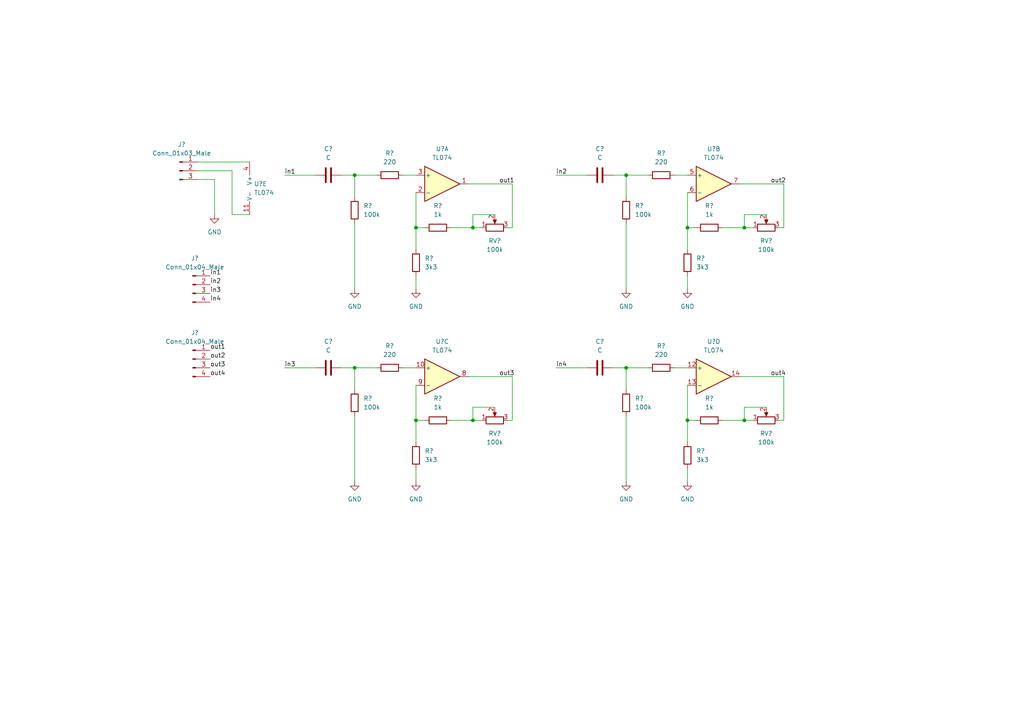
<source format=kicad_sch>
(kicad_sch (version 20211123) (generator eeschema)

  (uuid 80bca6d6-0956-4c2b-a977-88a9cdba4d9e)

  (paper "A4")

  (lib_symbols
    (symbol "Amplifier_Operational:TL074" (pin_names (offset 0.127)) (in_bom yes) (on_board yes)
      (property "Reference" "U" (id 0) (at 0 5.08 0)
        (effects (font (size 1.27 1.27)) (justify left))
      )
      (property "Value" "TL074" (id 1) (at 0 -5.08 0)
        (effects (font (size 1.27 1.27)) (justify left))
      )
      (property "Footprint" "" (id 2) (at -1.27 2.54 0)
        (effects (font (size 1.27 1.27)) hide)
      )
      (property "Datasheet" "http://www.ti.com/lit/ds/symlink/tl071.pdf" (id 3) (at 1.27 5.08 0)
        (effects (font (size 1.27 1.27)) hide)
      )
      (property "ki_locked" "" (id 4) (at 0 0 0)
        (effects (font (size 1.27 1.27)))
      )
      (property "ki_keywords" "quad opamp" (id 5) (at 0 0 0)
        (effects (font (size 1.27 1.27)) hide)
      )
      (property "ki_description" "Quad Low-Noise JFET-Input Operational Amplifiers, DIP-14/SOIC-14" (id 6) (at 0 0 0)
        (effects (font (size 1.27 1.27)) hide)
      )
      (property "ki_fp_filters" "SOIC*3.9x8.7mm*P1.27mm* DIP*W7.62mm* TSSOP*4.4x5mm*P0.65mm* SSOP*5.3x6.2mm*P0.65mm* MSOP*3x3mm*P0.5mm*" (id 7) (at 0 0 0)
        (effects (font (size 1.27 1.27)) hide)
      )
      (symbol "TL074_1_1"
        (polyline
          (pts
            (xy -5.08 5.08)
            (xy 5.08 0)
            (xy -5.08 -5.08)
            (xy -5.08 5.08)
          )
          (stroke (width 0.254) (type default) (color 0 0 0 0))
          (fill (type background))
        )
        (pin output line (at 7.62 0 180) (length 2.54)
          (name "~" (effects (font (size 1.27 1.27))))
          (number "1" (effects (font (size 1.27 1.27))))
        )
        (pin input line (at -7.62 -2.54 0) (length 2.54)
          (name "-" (effects (font (size 1.27 1.27))))
          (number "2" (effects (font (size 1.27 1.27))))
        )
        (pin input line (at -7.62 2.54 0) (length 2.54)
          (name "+" (effects (font (size 1.27 1.27))))
          (number "3" (effects (font (size 1.27 1.27))))
        )
      )
      (symbol "TL074_2_1"
        (polyline
          (pts
            (xy -5.08 5.08)
            (xy 5.08 0)
            (xy -5.08 -5.08)
            (xy -5.08 5.08)
          )
          (stroke (width 0.254) (type default) (color 0 0 0 0))
          (fill (type background))
        )
        (pin input line (at -7.62 2.54 0) (length 2.54)
          (name "+" (effects (font (size 1.27 1.27))))
          (number "5" (effects (font (size 1.27 1.27))))
        )
        (pin input line (at -7.62 -2.54 0) (length 2.54)
          (name "-" (effects (font (size 1.27 1.27))))
          (number "6" (effects (font (size 1.27 1.27))))
        )
        (pin output line (at 7.62 0 180) (length 2.54)
          (name "~" (effects (font (size 1.27 1.27))))
          (number "7" (effects (font (size 1.27 1.27))))
        )
      )
      (symbol "TL074_3_1"
        (polyline
          (pts
            (xy -5.08 5.08)
            (xy 5.08 0)
            (xy -5.08 -5.08)
            (xy -5.08 5.08)
          )
          (stroke (width 0.254) (type default) (color 0 0 0 0))
          (fill (type background))
        )
        (pin input line (at -7.62 2.54 0) (length 2.54)
          (name "+" (effects (font (size 1.27 1.27))))
          (number "10" (effects (font (size 1.27 1.27))))
        )
        (pin output line (at 7.62 0 180) (length 2.54)
          (name "~" (effects (font (size 1.27 1.27))))
          (number "8" (effects (font (size 1.27 1.27))))
        )
        (pin input line (at -7.62 -2.54 0) (length 2.54)
          (name "-" (effects (font (size 1.27 1.27))))
          (number "9" (effects (font (size 1.27 1.27))))
        )
      )
      (symbol "TL074_4_1"
        (polyline
          (pts
            (xy -5.08 5.08)
            (xy 5.08 0)
            (xy -5.08 -5.08)
            (xy -5.08 5.08)
          )
          (stroke (width 0.254) (type default) (color 0 0 0 0))
          (fill (type background))
        )
        (pin input line (at -7.62 2.54 0) (length 2.54)
          (name "+" (effects (font (size 1.27 1.27))))
          (number "12" (effects (font (size 1.27 1.27))))
        )
        (pin input line (at -7.62 -2.54 0) (length 2.54)
          (name "-" (effects (font (size 1.27 1.27))))
          (number "13" (effects (font (size 1.27 1.27))))
        )
        (pin output line (at 7.62 0 180) (length 2.54)
          (name "~" (effects (font (size 1.27 1.27))))
          (number "14" (effects (font (size 1.27 1.27))))
        )
      )
      (symbol "TL074_5_1"
        (pin power_in line (at -2.54 -7.62 90) (length 3.81)
          (name "V-" (effects (font (size 1.27 1.27))))
          (number "11" (effects (font (size 1.27 1.27))))
        )
        (pin power_in line (at -2.54 7.62 270) (length 3.81)
          (name "V+" (effects (font (size 1.27 1.27))))
          (number "4" (effects (font (size 1.27 1.27))))
        )
      )
    )
    (symbol "Connector:Conn_01x03_Male" (pin_names (offset 1.016) hide) (in_bom yes) (on_board yes)
      (property "Reference" "J" (id 0) (at 0 5.08 0)
        (effects (font (size 1.27 1.27)))
      )
      (property "Value" "Conn_01x03_Male" (id 1) (at 0 -5.08 0)
        (effects (font (size 1.27 1.27)))
      )
      (property "Footprint" "" (id 2) (at 0 0 0)
        (effects (font (size 1.27 1.27)) hide)
      )
      (property "Datasheet" "~" (id 3) (at 0 0 0)
        (effects (font (size 1.27 1.27)) hide)
      )
      (property "ki_keywords" "connector" (id 4) (at 0 0 0)
        (effects (font (size 1.27 1.27)) hide)
      )
      (property "ki_description" "Generic connector, single row, 01x03, script generated (kicad-library-utils/schlib/autogen/connector/)" (id 5) (at 0 0 0)
        (effects (font (size 1.27 1.27)) hide)
      )
      (property "ki_fp_filters" "Connector*:*_1x??_*" (id 6) (at 0 0 0)
        (effects (font (size 1.27 1.27)) hide)
      )
      (symbol "Conn_01x03_Male_1_1"
        (polyline
          (pts
            (xy 1.27 -2.54)
            (xy 0.8636 -2.54)
          )
          (stroke (width 0.1524) (type default) (color 0 0 0 0))
          (fill (type none))
        )
        (polyline
          (pts
            (xy 1.27 0)
            (xy 0.8636 0)
          )
          (stroke (width 0.1524) (type default) (color 0 0 0 0))
          (fill (type none))
        )
        (polyline
          (pts
            (xy 1.27 2.54)
            (xy 0.8636 2.54)
          )
          (stroke (width 0.1524) (type default) (color 0 0 0 0))
          (fill (type none))
        )
        (rectangle (start 0.8636 -2.413) (end 0 -2.667)
          (stroke (width 0.1524) (type default) (color 0 0 0 0))
          (fill (type outline))
        )
        (rectangle (start 0.8636 0.127) (end 0 -0.127)
          (stroke (width 0.1524) (type default) (color 0 0 0 0))
          (fill (type outline))
        )
        (rectangle (start 0.8636 2.667) (end 0 2.413)
          (stroke (width 0.1524) (type default) (color 0 0 0 0))
          (fill (type outline))
        )
        (pin passive line (at 5.08 2.54 180) (length 3.81)
          (name "Pin_1" (effects (font (size 1.27 1.27))))
          (number "1" (effects (font (size 1.27 1.27))))
        )
        (pin passive line (at 5.08 0 180) (length 3.81)
          (name "Pin_2" (effects (font (size 1.27 1.27))))
          (number "2" (effects (font (size 1.27 1.27))))
        )
        (pin passive line (at 5.08 -2.54 180) (length 3.81)
          (name "Pin_3" (effects (font (size 1.27 1.27))))
          (number "3" (effects (font (size 1.27 1.27))))
        )
      )
    )
    (symbol "Connector:Conn_01x04_Male" (pin_names (offset 1.016) hide) (in_bom yes) (on_board yes)
      (property "Reference" "J" (id 0) (at 0 5.08 0)
        (effects (font (size 1.27 1.27)))
      )
      (property "Value" "Conn_01x04_Male" (id 1) (at 0 -7.62 0)
        (effects (font (size 1.27 1.27)))
      )
      (property "Footprint" "" (id 2) (at 0 0 0)
        (effects (font (size 1.27 1.27)) hide)
      )
      (property "Datasheet" "~" (id 3) (at 0 0 0)
        (effects (font (size 1.27 1.27)) hide)
      )
      (property "ki_keywords" "connector" (id 4) (at 0 0 0)
        (effects (font (size 1.27 1.27)) hide)
      )
      (property "ki_description" "Generic connector, single row, 01x04, script generated (kicad-library-utils/schlib/autogen/connector/)" (id 5) (at 0 0 0)
        (effects (font (size 1.27 1.27)) hide)
      )
      (property "ki_fp_filters" "Connector*:*_1x??_*" (id 6) (at 0 0 0)
        (effects (font (size 1.27 1.27)) hide)
      )
      (symbol "Conn_01x04_Male_1_1"
        (polyline
          (pts
            (xy 1.27 -5.08)
            (xy 0.8636 -5.08)
          )
          (stroke (width 0.1524) (type default) (color 0 0 0 0))
          (fill (type none))
        )
        (polyline
          (pts
            (xy 1.27 -2.54)
            (xy 0.8636 -2.54)
          )
          (stroke (width 0.1524) (type default) (color 0 0 0 0))
          (fill (type none))
        )
        (polyline
          (pts
            (xy 1.27 0)
            (xy 0.8636 0)
          )
          (stroke (width 0.1524) (type default) (color 0 0 0 0))
          (fill (type none))
        )
        (polyline
          (pts
            (xy 1.27 2.54)
            (xy 0.8636 2.54)
          )
          (stroke (width 0.1524) (type default) (color 0 0 0 0))
          (fill (type none))
        )
        (rectangle (start 0.8636 -4.953) (end 0 -5.207)
          (stroke (width 0.1524) (type default) (color 0 0 0 0))
          (fill (type outline))
        )
        (rectangle (start 0.8636 -2.413) (end 0 -2.667)
          (stroke (width 0.1524) (type default) (color 0 0 0 0))
          (fill (type outline))
        )
        (rectangle (start 0.8636 0.127) (end 0 -0.127)
          (stroke (width 0.1524) (type default) (color 0 0 0 0))
          (fill (type outline))
        )
        (rectangle (start 0.8636 2.667) (end 0 2.413)
          (stroke (width 0.1524) (type default) (color 0 0 0 0))
          (fill (type outline))
        )
        (pin passive line (at 5.08 2.54 180) (length 3.81)
          (name "Pin_1" (effects (font (size 1.27 1.27))))
          (number "1" (effects (font (size 1.27 1.27))))
        )
        (pin passive line (at 5.08 0 180) (length 3.81)
          (name "Pin_2" (effects (font (size 1.27 1.27))))
          (number "2" (effects (font (size 1.27 1.27))))
        )
        (pin passive line (at 5.08 -2.54 180) (length 3.81)
          (name "Pin_3" (effects (font (size 1.27 1.27))))
          (number "3" (effects (font (size 1.27 1.27))))
        )
        (pin passive line (at 5.08 -5.08 180) (length 3.81)
          (name "Pin_4" (effects (font (size 1.27 1.27))))
          (number "4" (effects (font (size 1.27 1.27))))
        )
      )
    )
    (symbol "Device:C" (pin_numbers hide) (pin_names (offset 0.254)) (in_bom yes) (on_board yes)
      (property "Reference" "C" (id 0) (at 0.635 2.54 0)
        (effects (font (size 1.27 1.27)) (justify left))
      )
      (property "Value" "C" (id 1) (at 0.635 -2.54 0)
        (effects (font (size 1.27 1.27)) (justify left))
      )
      (property "Footprint" "" (id 2) (at 0.9652 -3.81 0)
        (effects (font (size 1.27 1.27)) hide)
      )
      (property "Datasheet" "~" (id 3) (at 0 0 0)
        (effects (font (size 1.27 1.27)) hide)
      )
      (property "ki_keywords" "cap capacitor" (id 4) (at 0 0 0)
        (effects (font (size 1.27 1.27)) hide)
      )
      (property "ki_description" "Unpolarized capacitor" (id 5) (at 0 0 0)
        (effects (font (size 1.27 1.27)) hide)
      )
      (property "ki_fp_filters" "C_*" (id 6) (at 0 0 0)
        (effects (font (size 1.27 1.27)) hide)
      )
      (symbol "C_0_1"
        (polyline
          (pts
            (xy -2.032 -0.762)
            (xy 2.032 -0.762)
          )
          (stroke (width 0.508) (type default) (color 0 0 0 0))
          (fill (type none))
        )
        (polyline
          (pts
            (xy -2.032 0.762)
            (xy 2.032 0.762)
          )
          (stroke (width 0.508) (type default) (color 0 0 0 0))
          (fill (type none))
        )
      )
      (symbol "C_1_1"
        (pin passive line (at 0 3.81 270) (length 2.794)
          (name "~" (effects (font (size 1.27 1.27))))
          (number "1" (effects (font (size 1.27 1.27))))
        )
        (pin passive line (at 0 -3.81 90) (length 2.794)
          (name "~" (effects (font (size 1.27 1.27))))
          (number "2" (effects (font (size 1.27 1.27))))
        )
      )
    )
    (symbol "Device:R" (pin_numbers hide) (pin_names (offset 0)) (in_bom yes) (on_board yes)
      (property "Reference" "R" (id 0) (at 2.032 0 90)
        (effects (font (size 1.27 1.27)))
      )
      (property "Value" "R" (id 1) (at 0 0 90)
        (effects (font (size 1.27 1.27)))
      )
      (property "Footprint" "" (id 2) (at -1.778 0 90)
        (effects (font (size 1.27 1.27)) hide)
      )
      (property "Datasheet" "~" (id 3) (at 0 0 0)
        (effects (font (size 1.27 1.27)) hide)
      )
      (property "ki_keywords" "R res resistor" (id 4) (at 0 0 0)
        (effects (font (size 1.27 1.27)) hide)
      )
      (property "ki_description" "Resistor" (id 5) (at 0 0 0)
        (effects (font (size 1.27 1.27)) hide)
      )
      (property "ki_fp_filters" "R_*" (id 6) (at 0 0 0)
        (effects (font (size 1.27 1.27)) hide)
      )
      (symbol "R_0_1"
        (rectangle (start -1.016 -2.54) (end 1.016 2.54)
          (stroke (width 0.254) (type default) (color 0 0 0 0))
          (fill (type none))
        )
      )
      (symbol "R_1_1"
        (pin passive line (at 0 3.81 270) (length 1.27)
          (name "~" (effects (font (size 1.27 1.27))))
          (number "1" (effects (font (size 1.27 1.27))))
        )
        (pin passive line (at 0 -3.81 90) (length 1.27)
          (name "~" (effects (font (size 1.27 1.27))))
          (number "2" (effects (font (size 1.27 1.27))))
        )
      )
    )
    (symbol "Device:R_Potentiometer" (pin_names (offset 1.016) hide) (in_bom yes) (on_board yes)
      (property "Reference" "RV" (id 0) (at -4.445 0 90)
        (effects (font (size 1.27 1.27)))
      )
      (property "Value" "R_Potentiometer" (id 1) (at -2.54 0 90)
        (effects (font (size 1.27 1.27)))
      )
      (property "Footprint" "" (id 2) (at 0 0 0)
        (effects (font (size 1.27 1.27)) hide)
      )
      (property "Datasheet" "~" (id 3) (at 0 0 0)
        (effects (font (size 1.27 1.27)) hide)
      )
      (property "ki_keywords" "resistor variable" (id 4) (at 0 0 0)
        (effects (font (size 1.27 1.27)) hide)
      )
      (property "ki_description" "Potentiometer" (id 5) (at 0 0 0)
        (effects (font (size 1.27 1.27)) hide)
      )
      (property "ki_fp_filters" "Potentiometer*" (id 6) (at 0 0 0)
        (effects (font (size 1.27 1.27)) hide)
      )
      (symbol "R_Potentiometer_0_1"
        (polyline
          (pts
            (xy 2.54 0)
            (xy 1.524 0)
          )
          (stroke (width 0) (type default) (color 0 0 0 0))
          (fill (type none))
        )
        (polyline
          (pts
            (xy 1.143 0)
            (xy 2.286 0.508)
            (xy 2.286 -0.508)
            (xy 1.143 0)
          )
          (stroke (width 0) (type default) (color 0 0 0 0))
          (fill (type outline))
        )
        (rectangle (start 1.016 2.54) (end -1.016 -2.54)
          (stroke (width 0.254) (type default) (color 0 0 0 0))
          (fill (type none))
        )
      )
      (symbol "R_Potentiometer_1_1"
        (pin passive line (at 0 3.81 270) (length 1.27)
          (name "1" (effects (font (size 1.27 1.27))))
          (number "1" (effects (font (size 1.27 1.27))))
        )
        (pin passive line (at 3.81 0 180) (length 1.27)
          (name "2" (effects (font (size 1.27 1.27))))
          (number "2" (effects (font (size 1.27 1.27))))
        )
        (pin passive line (at 0 -3.81 90) (length 1.27)
          (name "3" (effects (font (size 1.27 1.27))))
          (number "3" (effects (font (size 1.27 1.27))))
        )
      )
    )
    (symbol "power:GND" (power) (pin_names (offset 0)) (in_bom yes) (on_board yes)
      (property "Reference" "#PWR" (id 0) (at 0 -6.35 0)
        (effects (font (size 1.27 1.27)) hide)
      )
      (property "Value" "GND" (id 1) (at 0 -3.81 0)
        (effects (font (size 1.27 1.27)))
      )
      (property "Footprint" "" (id 2) (at 0 0 0)
        (effects (font (size 1.27 1.27)) hide)
      )
      (property "Datasheet" "" (id 3) (at 0 0 0)
        (effects (font (size 1.27 1.27)) hide)
      )
      (property "ki_keywords" "power-flag" (id 4) (at 0 0 0)
        (effects (font (size 1.27 1.27)) hide)
      )
      (property "ki_description" "Power symbol creates a global label with name \"GND\" , ground" (id 5) (at 0 0 0)
        (effects (font (size 1.27 1.27)) hide)
      )
      (symbol "GND_0_1"
        (polyline
          (pts
            (xy 0 0)
            (xy 0 -1.27)
            (xy 1.27 -1.27)
            (xy 0 -2.54)
            (xy -1.27 -1.27)
            (xy 0 -1.27)
          )
          (stroke (width 0) (type default) (color 0 0 0 0))
          (fill (type none))
        )
      )
      (symbol "GND_1_1"
        (pin power_in line (at 0 0 270) (length 0) hide
          (name "GND" (effects (font (size 1.27 1.27))))
          (number "1" (effects (font (size 1.27 1.27))))
        )
      )
    )
  )

  (junction (at 137.16 121.92) (diameter 0) (color 0 0 0 0)
    (uuid 6081a84e-1f44-4e8b-8388-1a5927ddc320)
  )
  (junction (at 102.87 106.68) (diameter 0) (color 0 0 0 0)
    (uuid 64ac6c95-086e-4ece-bb8c-110d9699076f)
  )
  (junction (at 102.87 50.8) (diameter 0) (color 0 0 0 0)
    (uuid 6b1be5c4-28e6-4ec4-806d-6e07594ff43c)
  )
  (junction (at 181.61 106.68) (diameter 0) (color 0 0 0 0)
    (uuid 82fae229-0b04-4318-84d0-bdfd805da0fc)
  )
  (junction (at 199.39 66.04) (diameter 0) (color 0 0 0 0)
    (uuid ad2a29cb-5d0d-4116-9179-1628c25ba523)
  )
  (junction (at 137.16 66.04) (diameter 0) (color 0 0 0 0)
    (uuid b06ff443-675c-4dc3-b023-c15c04c74600)
  )
  (junction (at 199.39 121.92) (diameter 0) (color 0 0 0 0)
    (uuid b4d1df2a-595c-46c9-8bd8-8051c3a7f840)
  )
  (junction (at 215.9 121.92) (diameter 0) (color 0 0 0 0)
    (uuid babe9773-debc-44ba-aaec-6c6b5a1c83cd)
  )
  (junction (at 181.61 50.8) (diameter 0) (color 0 0 0 0)
    (uuid c75a498a-ca5b-4460-8d16-36250519ab74)
  )
  (junction (at 120.65 121.92) (diameter 0) (color 0 0 0 0)
    (uuid e99700aa-cab7-44ad-b118-4bebfce96c8d)
  )
  (junction (at 215.9 66.04) (diameter 0) (color 0 0 0 0)
    (uuid ee85313f-c039-45f6-988b-1fc950e1532c)
  )
  (junction (at 120.65 66.04) (diameter 0) (color 0 0 0 0)
    (uuid f6e00c9a-9306-4bb3-ae38-7c9d60299d71)
  )

  (wire (pts (xy 199.39 135.89) (xy 199.39 139.7))
    (stroke (width 0) (type default) (color 0 0 0 0))
    (uuid 01343442-e4a2-49b2-ace5-04ae345d9d36)
  )
  (wire (pts (xy 215.9 66.04) (xy 218.44 66.04))
    (stroke (width 0) (type default) (color 0 0 0 0))
    (uuid 0351c50a-1d68-491f-901e-018101cd4801)
  )
  (wire (pts (xy 120.65 121.92) (xy 123.19 121.92))
    (stroke (width 0) (type default) (color 0 0 0 0))
    (uuid 047e5fff-71b7-43ab-ad85-812fd649a15e)
  )
  (wire (pts (xy 120.65 135.89) (xy 120.65 139.7))
    (stroke (width 0) (type default) (color 0 0 0 0))
    (uuid 07c50b6c-907d-4138-a2f8-6b86391a841a)
  )
  (wire (pts (xy 57.15 52.07) (xy 62.23 52.07))
    (stroke (width 0) (type default) (color 0 0 0 0))
    (uuid 094ff004-d727-49b4-9bdf-67ab0349e990)
  )
  (wire (pts (xy 120.65 111.76) (xy 120.65 121.92))
    (stroke (width 0) (type default) (color 0 0 0 0))
    (uuid 1334e159-103c-44f6-a4d2-5247c1af4d90)
  )
  (wire (pts (xy 109.22 50.8) (xy 102.87 50.8))
    (stroke (width 0) (type default) (color 0 0 0 0))
    (uuid 16bfead2-d766-4cdf-b8a0-9f9fcc4c6a30)
  )
  (wire (pts (xy 161.29 106.68) (xy 170.18 106.68))
    (stroke (width 0) (type default) (color 0 0 0 0))
    (uuid 1a703eab-f62b-4c94-9053-304ccc81f7da)
  )
  (wire (pts (xy 130.81 66.04) (xy 137.16 66.04))
    (stroke (width 0) (type default) (color 0 0 0 0))
    (uuid 1b119b65-bac7-4351-8ec5-0c6f2353c7c9)
  )
  (wire (pts (xy 199.39 66.04) (xy 199.39 72.39))
    (stroke (width 0) (type default) (color 0 0 0 0))
    (uuid 1f292c91-76c3-4a7a-aaae-7c231deb733a)
  )
  (wire (pts (xy 116.84 106.68) (xy 120.65 106.68))
    (stroke (width 0) (type default) (color 0 0 0 0))
    (uuid 23c1a348-3920-4f15-9fb2-0f775bb91fe2)
  )
  (wire (pts (xy 199.39 121.92) (xy 201.93 121.92))
    (stroke (width 0) (type default) (color 0 0 0 0))
    (uuid 2856422c-5e36-40e7-9c24-0d4cf0f26215)
  )
  (wire (pts (xy 62.23 52.07) (xy 62.23 62.23))
    (stroke (width 0) (type default) (color 0 0 0 0))
    (uuid 2a86b67f-92cc-401f-94db-f7b0ba5a772e)
  )
  (wire (pts (xy 181.61 120.65) (xy 181.61 139.7))
    (stroke (width 0) (type default) (color 0 0 0 0))
    (uuid 3049e8f6-2e3f-49a3-aff5-a6464162ec92)
  )
  (wire (pts (xy 199.39 55.88) (xy 199.39 66.04))
    (stroke (width 0) (type default) (color 0 0 0 0))
    (uuid 359b28f4-22ce-4fbe-945b-01655918bb1c)
  )
  (wire (pts (xy 227.33 121.92) (xy 226.06 121.92))
    (stroke (width 0) (type default) (color 0 0 0 0))
    (uuid 38061fe0-2827-4d97-ae33-4cf442571f33)
  )
  (wire (pts (xy 82.55 50.8) (xy 91.44 50.8))
    (stroke (width 0) (type default) (color 0 0 0 0))
    (uuid 39da6cc8-2e60-4b1f-ac05-3181ba39acbf)
  )
  (wire (pts (xy 222.25 118.11) (xy 215.9 118.11))
    (stroke (width 0) (type default) (color 0 0 0 0))
    (uuid 421841a3-3d01-4343-a920-c76d43993455)
  )
  (wire (pts (xy 227.33 109.22) (xy 227.33 121.92))
    (stroke (width 0) (type default) (color 0 0 0 0))
    (uuid 444f5757-c539-4c13-8c58-e849e6a554ea)
  )
  (wire (pts (xy 143.51 62.23) (xy 137.16 62.23))
    (stroke (width 0) (type default) (color 0 0 0 0))
    (uuid 4505c5b2-9e68-41a6-9a13-41b63b5e61ee)
  )
  (wire (pts (xy 148.59 121.92) (xy 147.32 121.92))
    (stroke (width 0) (type default) (color 0 0 0 0))
    (uuid 484ee1f7-cc57-4c10-957b-6881eeb13c55)
  )
  (wire (pts (xy 67.31 62.23) (xy 72.39 62.23))
    (stroke (width 0) (type default) (color 0 0 0 0))
    (uuid 48bf40ca-bffc-4737-ab2a-4f616255ff5a)
  )
  (wire (pts (xy 102.87 106.68) (xy 102.87 113.03))
    (stroke (width 0) (type default) (color 0 0 0 0))
    (uuid 490e50c1-7582-44b5-8547-c95cd5d961f8)
  )
  (wire (pts (xy 177.8 50.8) (xy 181.61 50.8))
    (stroke (width 0) (type default) (color 0 0 0 0))
    (uuid 49fe277c-0494-4973-81e4-68b7fb1d6ac1)
  )
  (wire (pts (xy 120.65 66.04) (xy 120.65 72.39))
    (stroke (width 0) (type default) (color 0 0 0 0))
    (uuid 4da0d095-7a6c-4008-b602-22b194fc7ed5)
  )
  (wire (pts (xy 99.06 50.8) (xy 102.87 50.8))
    (stroke (width 0) (type default) (color 0 0 0 0))
    (uuid 4e7255f4-e40f-452a-abb6-093eaed35107)
  )
  (wire (pts (xy 187.96 50.8) (xy 181.61 50.8))
    (stroke (width 0) (type default) (color 0 0 0 0))
    (uuid 4f2a3226-f1b6-4098-a987-0cd6f44908cb)
  )
  (wire (pts (xy 135.89 53.34) (xy 148.59 53.34))
    (stroke (width 0) (type default) (color 0 0 0 0))
    (uuid 55f34bc0-352d-4baf-b3b5-358565296d62)
  )
  (wire (pts (xy 137.16 62.23) (xy 137.16 66.04))
    (stroke (width 0) (type default) (color 0 0 0 0))
    (uuid 5b6ba93e-7461-4602-8043-8623393ca8ba)
  )
  (wire (pts (xy 195.58 106.68) (xy 199.39 106.68))
    (stroke (width 0) (type default) (color 0 0 0 0))
    (uuid 6278025b-078d-43e6-bc07-8bbcf9690e8c)
  )
  (wire (pts (xy 227.33 66.04) (xy 226.06 66.04))
    (stroke (width 0) (type default) (color 0 0 0 0))
    (uuid 68d8b846-3a5c-4a1d-9726-77c90a6d3c9f)
  )
  (wire (pts (xy 137.16 118.11) (xy 137.16 121.92))
    (stroke (width 0) (type default) (color 0 0 0 0))
    (uuid 6a7c7bbd-17f1-40f8-8813-963e0fbba638)
  )
  (wire (pts (xy 102.87 120.65) (xy 102.87 139.7))
    (stroke (width 0) (type default) (color 0 0 0 0))
    (uuid 6bfce354-2c48-4d7d-8a54-d7e78f3e5081)
  )
  (wire (pts (xy 102.87 64.77) (xy 102.87 83.82))
    (stroke (width 0) (type default) (color 0 0 0 0))
    (uuid 6e36c721-109b-49a2-ab42-ad31ae5f0f53)
  )
  (wire (pts (xy 209.55 121.92) (xy 215.9 121.92))
    (stroke (width 0) (type default) (color 0 0 0 0))
    (uuid 766d0c29-4cd8-4d38-bed0-2b8775fc84e3)
  )
  (wire (pts (xy 120.65 80.01) (xy 120.65 83.82))
    (stroke (width 0) (type default) (color 0 0 0 0))
    (uuid 79060b1e-5af3-4cf1-a6b6-d79a4f719aaf)
  )
  (wire (pts (xy 215.9 121.92) (xy 218.44 121.92))
    (stroke (width 0) (type default) (color 0 0 0 0))
    (uuid 81c66812-70ca-431d-8c12-90c3b1352758)
  )
  (wire (pts (xy 199.39 66.04) (xy 201.93 66.04))
    (stroke (width 0) (type default) (color 0 0 0 0))
    (uuid 841fcec4-5328-41ff-ac2c-1adfd968a30c)
  )
  (wire (pts (xy 199.39 111.76) (xy 199.39 121.92))
    (stroke (width 0) (type default) (color 0 0 0 0))
    (uuid 884a4680-b755-4e7c-92f3-64fbed765ea0)
  )
  (wire (pts (xy 161.29 50.8) (xy 170.18 50.8))
    (stroke (width 0) (type default) (color 0 0 0 0))
    (uuid 8b324aec-f4fc-485f-b450-ce766b132818)
  )
  (wire (pts (xy 187.96 106.68) (xy 181.61 106.68))
    (stroke (width 0) (type default) (color 0 0 0 0))
    (uuid 8e6db8e9-650c-44df-9e61-8b4c0b4191b6)
  )
  (wire (pts (xy 214.63 53.34) (xy 227.33 53.34))
    (stroke (width 0) (type default) (color 0 0 0 0))
    (uuid 8fef9ecb-602a-4962-910e-97d092194ce6)
  )
  (wire (pts (xy 102.87 50.8) (xy 102.87 57.15))
    (stroke (width 0) (type default) (color 0 0 0 0))
    (uuid 918a53c9-d0d2-40ce-9ae5-bf81e99a9566)
  )
  (wire (pts (xy 215.9 118.11) (xy 215.9 121.92))
    (stroke (width 0) (type default) (color 0 0 0 0))
    (uuid 96303cdd-516c-44ca-baf4-82ac8b679a64)
  )
  (wire (pts (xy 214.63 109.22) (xy 227.33 109.22))
    (stroke (width 0) (type default) (color 0 0 0 0))
    (uuid 987fd4a3-478b-471e-a93b-7b527fd498f0)
  )
  (wire (pts (xy 120.65 121.92) (xy 120.65 128.27))
    (stroke (width 0) (type default) (color 0 0 0 0))
    (uuid 9971a6d8-3121-4e8c-8ff7-65f81a67badf)
  )
  (wire (pts (xy 227.33 53.34) (xy 227.33 66.04))
    (stroke (width 0) (type default) (color 0 0 0 0))
    (uuid 9b8708ca-50bf-4453-95e9-836203d9ff99)
  )
  (wire (pts (xy 137.16 121.92) (xy 139.7 121.92))
    (stroke (width 0) (type default) (color 0 0 0 0))
    (uuid 9d990432-31a3-4d53-ada3-d032f5b00340)
  )
  (wire (pts (xy 215.9 62.23) (xy 215.9 66.04))
    (stroke (width 0) (type default) (color 0 0 0 0))
    (uuid a1cf83ef-5047-4532-8283-60f5fcee58c6)
  )
  (wire (pts (xy 137.16 66.04) (xy 139.7 66.04))
    (stroke (width 0) (type default) (color 0 0 0 0))
    (uuid a4095c47-d9f2-47b4-9c7c-9a43e9c55bed)
  )
  (wire (pts (xy 195.58 50.8) (xy 199.39 50.8))
    (stroke (width 0) (type default) (color 0 0 0 0))
    (uuid a7b6bae5-376c-4f0b-b2f1-da5940b5398e)
  )
  (wire (pts (xy 181.61 106.68) (xy 181.61 113.03))
    (stroke (width 0) (type default) (color 0 0 0 0))
    (uuid a7c7eaf4-176c-4642-a901-147df3dbe860)
  )
  (wire (pts (xy 57.15 46.99) (xy 72.39 46.99))
    (stroke (width 0) (type default) (color 0 0 0 0))
    (uuid ad173732-8f24-431f-b44e-ea3dec220b6f)
  )
  (wire (pts (xy 143.51 118.11) (xy 137.16 118.11))
    (stroke (width 0) (type default) (color 0 0 0 0))
    (uuid adbf6368-bc33-41d3-860e-5d5a9642adf6)
  )
  (wire (pts (xy 148.59 53.34) (xy 148.59 66.04))
    (stroke (width 0) (type default) (color 0 0 0 0))
    (uuid b9eec6f6-8e88-4cf6-a2ee-75614a27557a)
  )
  (wire (pts (xy 181.61 64.77) (xy 181.61 83.82))
    (stroke (width 0) (type default) (color 0 0 0 0))
    (uuid c32d478e-d95e-496c-8bf1-70796adc79b1)
  )
  (wire (pts (xy 199.39 80.01) (xy 199.39 83.82))
    (stroke (width 0) (type default) (color 0 0 0 0))
    (uuid c3d5b9b1-86aa-4c1d-8e82-154100a672eb)
  )
  (wire (pts (xy 82.55 106.68) (xy 91.44 106.68))
    (stroke (width 0) (type default) (color 0 0 0 0))
    (uuid c9c54082-2a7f-4dad-bfac-5fb2b7dd6d32)
  )
  (wire (pts (xy 181.61 50.8) (xy 181.61 57.15))
    (stroke (width 0) (type default) (color 0 0 0 0))
    (uuid c9fcfee1-accf-472f-b854-4f50f72a4048)
  )
  (wire (pts (xy 199.39 121.92) (xy 199.39 128.27))
    (stroke (width 0) (type default) (color 0 0 0 0))
    (uuid cc4d5a59-34de-4093-8aa1-c6332af27565)
  )
  (wire (pts (xy 109.22 106.68) (xy 102.87 106.68))
    (stroke (width 0) (type default) (color 0 0 0 0))
    (uuid d122eb10-fd59-485b-80fc-c6e7932c9e7d)
  )
  (wire (pts (xy 177.8 106.68) (xy 181.61 106.68))
    (stroke (width 0) (type default) (color 0 0 0 0))
    (uuid d3309566-f677-4498-bd8c-c387eec5b617)
  )
  (wire (pts (xy 135.89 109.22) (xy 148.59 109.22))
    (stroke (width 0) (type default) (color 0 0 0 0))
    (uuid d3b118b5-1231-43d8-89e8-78482da5acab)
  )
  (wire (pts (xy 120.65 55.88) (xy 120.65 66.04))
    (stroke (width 0) (type default) (color 0 0 0 0))
    (uuid d6941308-9d43-4444-9e89-c29965b2abd0)
  )
  (wire (pts (xy 120.65 66.04) (xy 123.19 66.04))
    (stroke (width 0) (type default) (color 0 0 0 0))
    (uuid dcb3e324-46ac-40e5-aa01-46b69ed3e0c5)
  )
  (wire (pts (xy 57.15 49.53) (xy 67.31 49.53))
    (stroke (width 0) (type default) (color 0 0 0 0))
    (uuid dd2a42e0-1cc3-40ce-8e21-e84288a9ab78)
  )
  (wire (pts (xy 99.06 106.68) (xy 102.87 106.68))
    (stroke (width 0) (type default) (color 0 0 0 0))
    (uuid e8509688-b409-4696-a23f-44765cb80420)
  )
  (wire (pts (xy 148.59 109.22) (xy 148.59 121.92))
    (stroke (width 0) (type default) (color 0 0 0 0))
    (uuid eb9a920e-0b27-492c-913f-2c657d558947)
  )
  (wire (pts (xy 67.31 49.53) (xy 67.31 62.23))
    (stroke (width 0) (type default) (color 0 0 0 0))
    (uuid ef77fe3d-83e0-4633-96f8-df13aa740918)
  )
  (wire (pts (xy 116.84 50.8) (xy 120.65 50.8))
    (stroke (width 0) (type default) (color 0 0 0 0))
    (uuid f7a649b1-c1a6-49cc-8069-c285d616cc3a)
  )
  (wire (pts (xy 148.59 66.04) (xy 147.32 66.04))
    (stroke (width 0) (type default) (color 0 0 0 0))
    (uuid f7ba8a55-af73-45f7-8c1f-9fb968929b00)
  )
  (wire (pts (xy 130.81 121.92) (xy 137.16 121.92))
    (stroke (width 0) (type default) (color 0 0 0 0))
    (uuid f7ffb49c-6841-4a43-8f83-a3573d8a6a82)
  )
  (wire (pts (xy 209.55 66.04) (xy 215.9 66.04))
    (stroke (width 0) (type default) (color 0 0 0 0))
    (uuid fa6fd242-0117-42e8-96df-b7ca6907c718)
  )
  (wire (pts (xy 222.25 62.23) (xy 215.9 62.23))
    (stroke (width 0) (type default) (color 0 0 0 0))
    (uuid fc532dda-2ea9-4fa1-b7a5-d6a6138efad6)
  )

  (label "in2" (at 161.29 50.8 0)
    (effects (font (size 1.27 1.27)) (justify left bottom))
    (uuid 0029836b-f656-4687-8da9-30ce5997ffaa)
  )
  (label "out2" (at 223.52 53.34 0)
    (effects (font (size 1.27 1.27)) (justify left bottom))
    (uuid 0456c2c6-8437-4ad1-b760-d3a4e604c406)
  )
  (label "out4" (at 223.52 109.22 0)
    (effects (font (size 1.27 1.27)) (justify left bottom))
    (uuid 0a9bc2f8-50f5-43ee-86c0-3e99cb38fc94)
  )
  (label "in4" (at 161.29 106.68 0)
    (effects (font (size 1.27 1.27)) (justify left bottom))
    (uuid 14d9268b-ac45-437a-99d2-35a97b14c73c)
  )
  (label "in1" (at 82.55 50.8 0)
    (effects (font (size 1.27 1.27)) (justify left bottom))
    (uuid 2ff9c39b-b29d-4e37-a807-cb03641dcea6)
  )
  (label "out4" (at 60.96 109.22 0)
    (effects (font (size 1.27 1.27)) (justify left bottom))
    (uuid 315f0b6c-d617-49f2-85f1-bbf7480a4464)
  )
  (label "out3" (at 60.96 106.68 0)
    (effects (font (size 1.27 1.27)) (justify left bottom))
    (uuid 33fcb569-45be-4c3b-8d71-ec3b2aa533b8)
  )
  (label "out1" (at 60.96 101.6 0)
    (effects (font (size 1.27 1.27)) (justify left bottom))
    (uuid 466ee0eb-47ef-4ec0-806f-ac7951561edf)
  )
  (label "in4" (at 60.96 87.63 0)
    (effects (font (size 1.27 1.27)) (justify left bottom))
    (uuid 5f14ef6f-35fe-4700-ac59-6b6a2d4825eb)
  )
  (label "in3" (at 60.96 85.09 0)
    (effects (font (size 1.27 1.27)) (justify left bottom))
    (uuid 6a48b099-4bc3-4dab-af38-d6b73909078c)
  )
  (label "out1" (at 144.78 53.34 0)
    (effects (font (size 1.27 1.27)) (justify left bottom))
    (uuid a6eac610-d5e4-4907-8996-2aae7799f0e8)
  )
  (label "in1" (at 60.96 80.01 0)
    (effects (font (size 1.27 1.27)) (justify left bottom))
    (uuid af2bac57-f252-4075-9348-81990c57ecea)
  )
  (label "in2" (at 60.96 82.55 0)
    (effects (font (size 1.27 1.27)) (justify left bottom))
    (uuid b8e44e7b-978a-4014-8a7a-1bfc282d9899)
  )
  (label "out2" (at 60.96 104.14 0)
    (effects (font (size 1.27 1.27)) (justify left bottom))
    (uuid bb7d4003-129f-47fb-a0af-46d9a744002e)
  )
  (label "out3" (at 144.78 109.22 0)
    (effects (font (size 1.27 1.27)) (justify left bottom))
    (uuid c68b8e28-dd41-4670-9297-21e2dcbed72e)
  )
  (label "in3" (at 82.55 106.68 0)
    (effects (font (size 1.27 1.27)) (justify left bottom))
    (uuid efd599c0-1a29-4166-abf6-59467422a237)
  )

  (symbol (lib_id "Amplifier_Operational:TL074") (at 207.01 109.22 0) (unit 4)
    (in_bom yes) (on_board yes) (fields_autoplaced)
    (uuid 0134a7cd-2674-4a84-a792-ab406e03ffb2)
    (property "Reference" "U?" (id 0) (at 207.01 99.06 0))
    (property "Value" "TL074" (id 1) (at 207.01 101.6 0))
    (property "Footprint" "" (id 2) (at 205.74 106.68 0)
      (effects (font (size 1.27 1.27)) hide)
    )
    (property "Datasheet" "http://www.ti.com/lit/ds/symlink/tl071.pdf" (id 3) (at 208.28 104.14 0)
      (effects (font (size 1.27 1.27)) hide)
    )
    (pin "1" (uuid c9de50c0-72a6-4797-9b3b-79835c72199b))
    (pin "2" (uuid 5862d9e2-3e38-45d0-a955-6ffb9adaa668))
    (pin "3" (uuid 81b0e476-0097-4775-a21b-569b7742164f))
    (pin "5" (uuid dd023bc9-7d80-4c65-a83a-47706440f82f))
    (pin "6" (uuid 51b385e1-4f69-41f2-9b8f-6ef86f117c59))
    (pin "7" (uuid d04c938d-8dca-4581-9cbe-d14c879cd3da))
    (pin "10" (uuid 7c9489e8-e864-4839-91d9-f9af8691c72f))
    (pin "8" (uuid 337b6848-4c87-41d0-8a2f-47bd958fa2c1))
    (pin "9" (uuid 5c1b3962-6c1e-4c67-8b8b-800d82e3d093))
    (pin "12" (uuid 19efcf17-cb85-48a4-b86a-a783a0b1a731))
    (pin "13" (uuid 8373c70f-e50e-463d-988e-e19f6b135883))
    (pin "14" (uuid 14dc38a6-ee69-49b8-9576-f43122d59349))
    (pin "11" (uuid 798e312c-5bb6-44fc-92e4-dd092d17113f))
    (pin "4" (uuid edc9dce0-6acb-4510-8e1d-4ec028f2a9ac))
  )

  (symbol (lib_id "Device:R") (at 127 66.04 270) (unit 1)
    (in_bom yes) (on_board yes) (fields_autoplaced)
    (uuid 0d55a686-e682-4c19-b6fa-f249b26cc408)
    (property "Reference" "R?" (id 0) (at 127 59.69 90))
    (property "Value" "1k" (id 1) (at 127 62.23 90))
    (property "Footprint" "" (id 2) (at 127 64.262 90)
      (effects (font (size 1.27 1.27)) hide)
    )
    (property "Datasheet" "~" (id 3) (at 127 66.04 0)
      (effects (font (size 1.27 1.27)) hide)
    )
    (pin "1" (uuid 0a34b51b-99d8-4652-ae0e-74af2897078e))
    (pin "2" (uuid 08d2654c-e9f9-40cb-aa64-f32a39997fa5))
  )

  (symbol (lib_id "Device:R_Potentiometer") (at 222.25 121.92 90) (unit 1)
    (in_bom yes) (on_board yes) (fields_autoplaced)
    (uuid 1c89f946-ca2e-4ed9-b533-1967198804e3)
    (property "Reference" "RV?" (id 0) (at 222.25 125.73 90))
    (property "Value" "100k" (id 1) (at 222.25 128.27 90))
    (property "Footprint" "" (id 2) (at 222.25 121.92 0)
      (effects (font (size 1.27 1.27)) hide)
    )
    (property "Datasheet" "~" (id 3) (at 222.25 121.92 0)
      (effects (font (size 1.27 1.27)) hide)
    )
    (pin "1" (uuid ee6fdbb6-89b2-452f-8522-454352a4c5df))
    (pin "2" (uuid 21642fc0-acd5-4841-8825-cbe9dcef4364))
    (pin "3" (uuid bafcd028-c61c-4695-92d6-c0f7052899d8))
  )

  (symbol (lib_id "power:GND") (at 102.87 139.7 0) (unit 1)
    (in_bom yes) (on_board yes) (fields_autoplaced)
    (uuid 2820bbe7-2958-48cb-89d9-4ca137d3ff5c)
    (property "Reference" "#PWR?" (id 0) (at 102.87 146.05 0)
      (effects (font (size 1.27 1.27)) hide)
    )
    (property "Value" "GND" (id 1) (at 102.87 144.78 0))
    (property "Footprint" "" (id 2) (at 102.87 139.7 0)
      (effects (font (size 1.27 1.27)) hide)
    )
    (property "Datasheet" "" (id 3) (at 102.87 139.7 0)
      (effects (font (size 1.27 1.27)) hide)
    )
    (pin "1" (uuid 89e162c6-f8ec-4535-a210-6e8a917f572a))
  )

  (symbol (lib_id "Device:R") (at 199.39 76.2 0) (unit 1)
    (in_bom yes) (on_board yes) (fields_autoplaced)
    (uuid 2a4d54e6-13a9-42ca-8a91-3afd059c3687)
    (property "Reference" "R?" (id 0) (at 201.93 74.9299 0)
      (effects (font (size 1.27 1.27)) (justify left))
    )
    (property "Value" "3k3" (id 1) (at 201.93 77.4699 0)
      (effects (font (size 1.27 1.27)) (justify left))
    )
    (property "Footprint" "" (id 2) (at 197.612 76.2 90)
      (effects (font (size 1.27 1.27)) hide)
    )
    (property "Datasheet" "~" (id 3) (at 199.39 76.2 0)
      (effects (font (size 1.27 1.27)) hide)
    )
    (pin "1" (uuid 27c905d1-efb8-4079-81f6-1f903e7772b7))
    (pin "2" (uuid 68e749aa-2424-4bb0-a0c0-ebb677dd56ea))
  )

  (symbol (lib_id "Amplifier_Operational:TL074") (at 74.93 54.61 0) (unit 5)
    (in_bom yes) (on_board yes) (fields_autoplaced)
    (uuid 2ab44a3d-6de8-4b3d-8bfc-29471767af02)
    (property "Reference" "U?" (id 0) (at 73.66 53.3399 0)
      (effects (font (size 1.27 1.27)) (justify left))
    )
    (property "Value" "TL074" (id 1) (at 73.66 55.8799 0)
      (effects (font (size 1.27 1.27)) (justify left))
    )
    (property "Footprint" "" (id 2) (at 73.66 52.07 0)
      (effects (font (size 1.27 1.27)) hide)
    )
    (property "Datasheet" "http://www.ti.com/lit/ds/symlink/tl071.pdf" (id 3) (at 76.2 49.53 0)
      (effects (font (size 1.27 1.27)) hide)
    )
    (pin "1" (uuid 0d43454d-7ab6-4dc7-ab11-38e00428c0c7))
    (pin "2" (uuid a514cf14-5c76-4197-888c-af76c9f6ef5c))
    (pin "3" (uuid 58b8dda4-1ebb-44d6-96e8-920255b92d6d))
    (pin "5" (uuid 9cc263a7-d7cf-4237-b790-c82c7bc61c94))
    (pin "6" (uuid f0fcdffa-f232-4e4a-80f0-26890333bc58))
    (pin "7" (uuid 4239913a-0425-4216-b622-592caef97fd7))
    (pin "10" (uuid 1b208512-6a0e-45f7-a38a-55a01255e6d5))
    (pin "8" (uuid ce6aa254-b4cf-4911-b807-c5a136f9b06e))
    (pin "9" (uuid 458729e3-734d-4410-b538-ae48a6ab3f91))
    (pin "12" (uuid c543e043-3008-444b-a7fa-e158156ac9b8))
    (pin "13" (uuid 8e57901d-bae3-47fb-bb2b-4c7522bdc978))
    (pin "14" (uuid 337b3361-bda6-4087-bcba-0ed0e80889ab))
    (pin "11" (uuid 6d3463e2-5a45-4c0b-82ad-77669ecb045b))
    (pin "4" (uuid f7a679eb-2134-42ba-b904-ea540bae1290))
  )

  (symbol (lib_id "power:GND") (at 181.61 139.7 0) (unit 1)
    (in_bom yes) (on_board yes) (fields_autoplaced)
    (uuid 31ae9d07-6ce1-470d-9f26-19137441ebdb)
    (property "Reference" "#PWR?" (id 0) (at 181.61 146.05 0)
      (effects (font (size 1.27 1.27)) hide)
    )
    (property "Value" "GND" (id 1) (at 181.61 144.78 0))
    (property "Footprint" "" (id 2) (at 181.61 139.7 0)
      (effects (font (size 1.27 1.27)) hide)
    )
    (property "Datasheet" "" (id 3) (at 181.61 139.7 0)
      (effects (font (size 1.27 1.27)) hide)
    )
    (pin "1" (uuid 7c783400-4926-49b0-9d7a-45d8c6bd361d))
  )

  (symbol (lib_id "Amplifier_Operational:TL074") (at 128.27 109.22 0) (unit 3)
    (in_bom yes) (on_board yes) (fields_autoplaced)
    (uuid 32ece54e-00ee-45bf-9c79-ce7055d50fcc)
    (property "Reference" "U?" (id 0) (at 128.27 99.06 0))
    (property "Value" "TL074" (id 1) (at 128.27 101.6 0))
    (property "Footprint" "" (id 2) (at 127 106.68 0)
      (effects (font (size 1.27 1.27)) hide)
    )
    (property "Datasheet" "http://www.ti.com/lit/ds/symlink/tl071.pdf" (id 3) (at 129.54 104.14 0)
      (effects (font (size 1.27 1.27)) hide)
    )
    (pin "1" (uuid 58e94b26-c918-494a-be9c-9f16015f775e))
    (pin "2" (uuid 4e3e04d2-50f3-47f6-a83b-e7e470db130c))
    (pin "3" (uuid 4cbcd223-fa15-49c7-9a33-912fcfe0770e))
    (pin "5" (uuid 446c2968-7d08-452a-8bcd-e138e3077b9e))
    (pin "6" (uuid 867b4a7d-08d7-4ac6-9111-167d3e4ac96c))
    (pin "7" (uuid a010ac00-8efe-4213-86a5-13f7900b8b7c))
    (pin "10" (uuid 9a45db35-1353-4804-9699-c3e019f8a180))
    (pin "8" (uuid 479adb60-55ad-4e09-b3fb-2967b8cb8d15))
    (pin "9" (uuid c85d1ebf-393c-4766-837d-8db36a44e30d))
    (pin "12" (uuid eaa893bc-0d83-495a-bf56-55b11d6f66fb))
    (pin "13" (uuid 360d8cb1-c8bb-4434-93b2-3b36200a2de9))
    (pin "14" (uuid d5a85c29-5dfa-4799-978f-009d69e9c885))
    (pin "11" (uuid 04b5bad6-eb91-4311-b544-c217586cdf66))
    (pin "4" (uuid aa3b733d-66d8-4e5f-bb84-b9000c5c0429))
  )

  (symbol (lib_id "Device:R") (at 127 121.92 270) (unit 1)
    (in_bom yes) (on_board yes) (fields_autoplaced)
    (uuid 3647924c-29a3-403d-85c5-6b1e240cbacb)
    (property "Reference" "R?" (id 0) (at 127 115.57 90))
    (property "Value" "1k" (id 1) (at 127 118.11 90))
    (property "Footprint" "" (id 2) (at 127 120.142 90)
      (effects (font (size 1.27 1.27)) hide)
    )
    (property "Datasheet" "~" (id 3) (at 127 121.92 0)
      (effects (font (size 1.27 1.27)) hide)
    )
    (pin "1" (uuid 8efe5fdc-8af4-4d14-8e47-899cd6b6f324))
    (pin "2" (uuid 652aa694-4ed0-4834-8c8a-025b028f46a7))
  )

  (symbol (lib_id "Device:C") (at 95.25 50.8 270) (unit 1)
    (in_bom yes) (on_board yes) (fields_autoplaced)
    (uuid 4852ddd8-e1ae-4c55-a28d-71ba492b3120)
    (property "Reference" "C?" (id 0) (at 95.25 43.18 90))
    (property "Value" "C" (id 1) (at 95.25 45.72 90))
    (property "Footprint" "" (id 2) (at 91.44 51.7652 0)
      (effects (font (size 1.27 1.27)) hide)
    )
    (property "Datasheet" "~" (id 3) (at 95.25 50.8 0)
      (effects (font (size 1.27 1.27)) hide)
    )
    (pin "1" (uuid 3cdaceba-9aa8-463b-a05a-87cef4f9c082))
    (pin "2" (uuid 54238a89-0ab1-45e0-aeb1-56ab204107fc))
  )

  (symbol (lib_id "power:GND") (at 199.39 139.7 0) (unit 1)
    (in_bom yes) (on_board yes) (fields_autoplaced)
    (uuid 4aa9c731-1a7b-46a8-8647-7b06aaeabcfe)
    (property "Reference" "#PWR?" (id 0) (at 199.39 146.05 0)
      (effects (font (size 1.27 1.27)) hide)
    )
    (property "Value" "GND" (id 1) (at 199.39 144.78 0))
    (property "Footprint" "" (id 2) (at 199.39 139.7 0)
      (effects (font (size 1.27 1.27)) hide)
    )
    (property "Datasheet" "" (id 3) (at 199.39 139.7 0)
      (effects (font (size 1.27 1.27)) hide)
    )
    (pin "1" (uuid 80473049-914c-4c63-8444-41f6c91c6ac9))
  )

  (symbol (lib_id "Connector:Conn_01x04_Male") (at 55.88 82.55 0) (unit 1)
    (in_bom yes) (on_board yes) (fields_autoplaced)
    (uuid 52d56a14-241d-4c34-8761-ada169b1ab7c)
    (property "Reference" "J?" (id 0) (at 56.515 74.93 0))
    (property "Value" "Conn_01x04_Male" (id 1) (at 56.515 77.47 0))
    (property "Footprint" "" (id 2) (at 55.88 82.55 0)
      (effects (font (size 1.27 1.27)) hide)
    )
    (property "Datasheet" "~" (id 3) (at 55.88 82.55 0)
      (effects (font (size 1.27 1.27)) hide)
    )
    (pin "1" (uuid 01db0280-9e22-4a90-a516-db0cb7fe7924))
    (pin "2" (uuid 6f8be204-78ee-4a49-a044-25a0fdcbe153))
    (pin "3" (uuid 53b649cc-d391-4c31-8454-6816ebcaed7b))
    (pin "4" (uuid 97064a34-737c-4855-8cd2-1aad5bcab91e))
  )

  (symbol (lib_id "power:GND") (at 199.39 83.82 0) (unit 1)
    (in_bom yes) (on_board yes) (fields_autoplaced)
    (uuid 5562f777-086b-47f8-bd08-3f1280978f2d)
    (property "Reference" "#PWR?" (id 0) (at 199.39 90.17 0)
      (effects (font (size 1.27 1.27)) hide)
    )
    (property "Value" "GND" (id 1) (at 199.39 88.9 0))
    (property "Footprint" "" (id 2) (at 199.39 83.82 0)
      (effects (font (size 1.27 1.27)) hide)
    )
    (property "Datasheet" "" (id 3) (at 199.39 83.82 0)
      (effects (font (size 1.27 1.27)) hide)
    )
    (pin "1" (uuid 1fd7ea9e-581d-4812-8228-6aea9f466bfa))
  )

  (symbol (lib_id "Device:R") (at 120.65 132.08 0) (unit 1)
    (in_bom yes) (on_board yes) (fields_autoplaced)
    (uuid 569e00ff-9a51-4d1c-80e8-b10bd8c3998b)
    (property "Reference" "R?" (id 0) (at 123.19 130.8099 0)
      (effects (font (size 1.27 1.27)) (justify left))
    )
    (property "Value" "3k3" (id 1) (at 123.19 133.3499 0)
      (effects (font (size 1.27 1.27)) (justify left))
    )
    (property "Footprint" "" (id 2) (at 118.872 132.08 90)
      (effects (font (size 1.27 1.27)) hide)
    )
    (property "Datasheet" "~" (id 3) (at 120.65 132.08 0)
      (effects (font (size 1.27 1.27)) hide)
    )
    (pin "1" (uuid 6b4effbe-cec8-4b17-807e-11a7540084e0))
    (pin "2" (uuid 65388b4e-55e5-493d-80cd-00f946598776))
  )

  (symbol (lib_id "Device:C") (at 95.25 106.68 270) (unit 1)
    (in_bom yes) (on_board yes) (fields_autoplaced)
    (uuid 585a4586-4759-477e-b061-9ca9a98fdd57)
    (property "Reference" "C?" (id 0) (at 95.25 99.06 90))
    (property "Value" "C" (id 1) (at 95.25 101.6 90))
    (property "Footprint" "" (id 2) (at 91.44 107.6452 0)
      (effects (font (size 1.27 1.27)) hide)
    )
    (property "Datasheet" "~" (id 3) (at 95.25 106.68 0)
      (effects (font (size 1.27 1.27)) hide)
    )
    (pin "1" (uuid b0d6701f-c14d-49a0-bfd9-ec4fc2a61213))
    (pin "2" (uuid 72962e28-080e-4222-a615-2e5cccc97164))
  )

  (symbol (lib_id "Connector:Conn_01x04_Male") (at 55.88 104.14 0) (unit 1)
    (in_bom yes) (on_board yes) (fields_autoplaced)
    (uuid 5945faaa-cff1-4ef4-9696-5708f283c2ff)
    (property "Reference" "J?" (id 0) (at 56.515 96.52 0))
    (property "Value" "Conn_01x04_Male" (id 1) (at 56.515 99.06 0))
    (property "Footprint" "" (id 2) (at 55.88 104.14 0)
      (effects (font (size 1.27 1.27)) hide)
    )
    (property "Datasheet" "~" (id 3) (at 55.88 104.14 0)
      (effects (font (size 1.27 1.27)) hide)
    )
    (pin "1" (uuid a7a9f693-9775-46c9-8910-7d431e95ec37))
    (pin "2" (uuid e623bf5d-1c3b-4f89-a0c5-7cd1b25dc72b))
    (pin "3" (uuid d0d8c619-24dc-4059-8e89-69bbf11da999))
    (pin "4" (uuid 05c806c9-5cab-4eb0-be9b-0224f97ab7e0))
  )

  (symbol (lib_id "Device:R") (at 102.87 116.84 180) (unit 1)
    (in_bom yes) (on_board yes) (fields_autoplaced)
    (uuid 5b16e771-62fa-460d-b075-b59b1b309bde)
    (property "Reference" "R?" (id 0) (at 105.41 115.5699 0)
      (effects (font (size 1.27 1.27)) (justify right))
    )
    (property "Value" "100k" (id 1) (at 105.41 118.1099 0)
      (effects (font (size 1.27 1.27)) (justify right))
    )
    (property "Footprint" "" (id 2) (at 104.648 116.84 90)
      (effects (font (size 1.27 1.27)) hide)
    )
    (property "Datasheet" "~" (id 3) (at 102.87 116.84 0)
      (effects (font (size 1.27 1.27)) hide)
    )
    (pin "1" (uuid 07aa262e-ad14-484d-8a76-61bbf5872a4f))
    (pin "2" (uuid 0e3688a6-fcb1-49e1-8ca8-ceb429a103db))
  )

  (symbol (lib_id "Device:R") (at 113.03 106.68 270) (unit 1)
    (in_bom yes) (on_board yes) (fields_autoplaced)
    (uuid 60601165-1827-4d32-b7bd-99a3ae876d3d)
    (property "Reference" "R?" (id 0) (at 113.03 100.33 90))
    (property "Value" "220" (id 1) (at 113.03 102.87 90))
    (property "Footprint" "" (id 2) (at 113.03 104.902 90)
      (effects (font (size 1.27 1.27)) hide)
    )
    (property "Datasheet" "~" (id 3) (at 113.03 106.68 0)
      (effects (font (size 1.27 1.27)) hide)
    )
    (pin "1" (uuid f1bdfe2a-3f24-4ed3-b91d-97617368e2da))
    (pin "2" (uuid e05df3e7-01ac-4669-a411-573469faa4ec))
  )

  (symbol (lib_id "Amplifier_Operational:TL074") (at 128.27 53.34 0) (unit 1)
    (in_bom yes) (on_board yes) (fields_autoplaced)
    (uuid 66547ed6-5e4d-410b-abfe-337b145b3593)
    (property "Reference" "U?" (id 0) (at 128.27 43.18 0))
    (property "Value" "TL074" (id 1) (at 128.27 45.72 0))
    (property "Footprint" "" (id 2) (at 127 50.8 0)
      (effects (font (size 1.27 1.27)) hide)
    )
    (property "Datasheet" "http://www.ti.com/lit/ds/symlink/tl071.pdf" (id 3) (at 129.54 48.26 0)
      (effects (font (size 1.27 1.27)) hide)
    )
    (pin "1" (uuid 7fb7a771-a324-44ed-8428-ca87cd049ae1))
    (pin "2" (uuid c0e8e5c0-81e9-47ae-8335-2e8874e98934))
    (pin "3" (uuid 92db114d-9bba-4633-84f7-528243b78bc7))
    (pin "5" (uuid e99812e4-8961-4eba-be1e-c17a250a21c3))
    (pin "6" (uuid db9cb920-d67c-4fbc-9772-1d9065a8a1f5))
    (pin "7" (uuid 06a548fa-fcf5-4090-85e3-26c4ec378cf9))
    (pin "10" (uuid 8c713937-13d0-4ac4-a056-1d57413e59b9))
    (pin "8" (uuid 9c078f59-8184-4c4d-a36e-7a0c188cd859))
    (pin "9" (uuid dab8247e-b97a-4ec2-be7c-b99f1c03e342))
    (pin "12" (uuid fa6681b9-fc9b-47f9-aead-c10e799a9643))
    (pin "13" (uuid d60a0df0-697c-4025-bc06-1bf6916980ec))
    (pin "14" (uuid 9b566086-0057-49fc-9d42-63e82df4c6ef))
    (pin "11" (uuid b371c179-f80f-4157-80d6-026e145bfbfd))
    (pin "4" (uuid f913dc4a-a88b-4e88-82ce-1337f80b52ce))
  )

  (symbol (lib_id "power:GND") (at 62.23 62.23 0) (unit 1)
    (in_bom yes) (on_board yes) (fields_autoplaced)
    (uuid 6a0b4f3d-2725-4b6d-a149-bdf7db525de0)
    (property "Reference" "#PWR?" (id 0) (at 62.23 68.58 0)
      (effects (font (size 1.27 1.27)) hide)
    )
    (property "Value" "GND" (id 1) (at 62.23 67.31 0))
    (property "Footprint" "" (id 2) (at 62.23 62.23 0)
      (effects (font (size 1.27 1.27)) hide)
    )
    (property "Datasheet" "" (id 3) (at 62.23 62.23 0)
      (effects (font (size 1.27 1.27)) hide)
    )
    (pin "1" (uuid 19ba9f86-6a73-4bad-8e71-752752e150d4))
  )

  (symbol (lib_id "Device:R") (at 205.74 121.92 270) (unit 1)
    (in_bom yes) (on_board yes) (fields_autoplaced)
    (uuid 8701d240-b4a3-40dc-a6f7-9f9df9f8ef5e)
    (property "Reference" "R?" (id 0) (at 205.74 115.57 90))
    (property "Value" "1k" (id 1) (at 205.74 118.11 90))
    (property "Footprint" "" (id 2) (at 205.74 120.142 90)
      (effects (font (size 1.27 1.27)) hide)
    )
    (property "Datasheet" "~" (id 3) (at 205.74 121.92 0)
      (effects (font (size 1.27 1.27)) hide)
    )
    (pin "1" (uuid f06bafdc-fb58-4a2e-81db-a3db03c23fac))
    (pin "2" (uuid fb155e55-e03b-4004-8d1d-74ce3c4c143d))
  )

  (symbol (lib_id "Device:R") (at 120.65 76.2 0) (unit 1)
    (in_bom yes) (on_board yes) (fields_autoplaced)
    (uuid 8a097577-9b2a-4f0a-bf1d-9cb45b3aef44)
    (property "Reference" "R?" (id 0) (at 123.19 74.9299 0)
      (effects (font (size 1.27 1.27)) (justify left))
    )
    (property "Value" "3k3" (id 1) (at 123.19 77.4699 0)
      (effects (font (size 1.27 1.27)) (justify left))
    )
    (property "Footprint" "" (id 2) (at 118.872 76.2 90)
      (effects (font (size 1.27 1.27)) hide)
    )
    (property "Datasheet" "~" (id 3) (at 120.65 76.2 0)
      (effects (font (size 1.27 1.27)) hide)
    )
    (pin "1" (uuid 4e6e425d-b2cb-44b5-851d-ec047edbaa6d))
    (pin "2" (uuid 38cae993-7a81-4764-9878-000ae21b97a1))
  )

  (symbol (lib_id "power:GND") (at 181.61 83.82 0) (unit 1)
    (in_bom yes) (on_board yes) (fields_autoplaced)
    (uuid 8ce67f54-6f41-4bdf-86f0-054a1c18d427)
    (property "Reference" "#PWR?" (id 0) (at 181.61 90.17 0)
      (effects (font (size 1.27 1.27)) hide)
    )
    (property "Value" "GND" (id 1) (at 181.61 88.9 0))
    (property "Footprint" "" (id 2) (at 181.61 83.82 0)
      (effects (font (size 1.27 1.27)) hide)
    )
    (property "Datasheet" "" (id 3) (at 181.61 83.82 0)
      (effects (font (size 1.27 1.27)) hide)
    )
    (pin "1" (uuid a0162646-6eee-43d4-9c4e-bf7d8bb4ca80))
  )

  (symbol (lib_id "Device:R") (at 191.77 50.8 270) (unit 1)
    (in_bom yes) (on_board yes) (fields_autoplaced)
    (uuid 95e3bcdd-7904-4b02-ba61-362c47d125c5)
    (property "Reference" "R?" (id 0) (at 191.77 44.45 90))
    (property "Value" "220" (id 1) (at 191.77 46.99 90))
    (property "Footprint" "" (id 2) (at 191.77 49.022 90)
      (effects (font (size 1.27 1.27)) hide)
    )
    (property "Datasheet" "~" (id 3) (at 191.77 50.8 0)
      (effects (font (size 1.27 1.27)) hide)
    )
    (pin "1" (uuid 78ea35b1-d9ac-4bbb-a5f0-e793e45d77b0))
    (pin "2" (uuid f943d6d4-bbbb-4b2d-a30c-63631d2e9442))
  )

  (symbol (lib_id "Device:R") (at 191.77 106.68 270) (unit 1)
    (in_bom yes) (on_board yes) (fields_autoplaced)
    (uuid 9a418279-bb8f-41ea-b437-6ad6bbd25d75)
    (property "Reference" "R?" (id 0) (at 191.77 100.33 90))
    (property "Value" "220" (id 1) (at 191.77 102.87 90))
    (property "Footprint" "" (id 2) (at 191.77 104.902 90)
      (effects (font (size 1.27 1.27)) hide)
    )
    (property "Datasheet" "~" (id 3) (at 191.77 106.68 0)
      (effects (font (size 1.27 1.27)) hide)
    )
    (pin "1" (uuid fc2289fc-749d-4965-b3cd-a3cd208dea89))
    (pin "2" (uuid 25fbcb6f-2759-44dd-9cdf-3a23bd74aa5c))
  )

  (symbol (lib_id "Device:R") (at 199.39 132.08 0) (unit 1)
    (in_bom yes) (on_board yes) (fields_autoplaced)
    (uuid ac301b58-5b6b-4cda-8791-279c14e7acf4)
    (property "Reference" "R?" (id 0) (at 201.93 130.8099 0)
      (effects (font (size 1.27 1.27)) (justify left))
    )
    (property "Value" "3k3" (id 1) (at 201.93 133.3499 0)
      (effects (font (size 1.27 1.27)) (justify left))
    )
    (property "Footprint" "" (id 2) (at 197.612 132.08 90)
      (effects (font (size 1.27 1.27)) hide)
    )
    (property "Datasheet" "~" (id 3) (at 199.39 132.08 0)
      (effects (font (size 1.27 1.27)) hide)
    )
    (pin "1" (uuid ce5f0804-45d1-4d79-9bf7-b568dfa4e0f8))
    (pin "2" (uuid b39b6f91-0c0f-492d-a9fd-e6dc26851f25))
  )

  (symbol (lib_id "Device:R") (at 181.61 60.96 180) (unit 1)
    (in_bom yes) (on_board yes) (fields_autoplaced)
    (uuid ad41797e-0aaa-4228-89e3-715542817e47)
    (property "Reference" "R?" (id 0) (at 184.15 59.6899 0)
      (effects (font (size 1.27 1.27)) (justify right))
    )
    (property "Value" "100k" (id 1) (at 184.15 62.2299 0)
      (effects (font (size 1.27 1.27)) (justify right))
    )
    (property "Footprint" "" (id 2) (at 183.388 60.96 90)
      (effects (font (size 1.27 1.27)) hide)
    )
    (property "Datasheet" "~" (id 3) (at 181.61 60.96 0)
      (effects (font (size 1.27 1.27)) hide)
    )
    (pin "1" (uuid c2c661c3-2d2c-4e35-9229-42794e209d01))
    (pin "2" (uuid dfcc0110-c67b-47fa-8286-e17500107d10))
  )

  (symbol (lib_id "Device:R") (at 113.03 50.8 270) (unit 1)
    (in_bom yes) (on_board yes) (fields_autoplaced)
    (uuid b903c383-a39b-4a51-ba9f-55d740f80850)
    (property "Reference" "R?" (id 0) (at 113.03 44.45 90))
    (property "Value" "220" (id 1) (at 113.03 46.99 90))
    (property "Footprint" "" (id 2) (at 113.03 49.022 90)
      (effects (font (size 1.27 1.27)) hide)
    )
    (property "Datasheet" "~" (id 3) (at 113.03 50.8 0)
      (effects (font (size 1.27 1.27)) hide)
    )
    (pin "1" (uuid fe08840b-4fd6-46c7-a09c-eaa1dabeae5c))
    (pin "2" (uuid a5a4efa3-6948-49e0-bc8a-a75eb3820008))
  )

  (symbol (lib_id "power:GND") (at 120.65 83.82 0) (unit 1)
    (in_bom yes) (on_board yes) (fields_autoplaced)
    (uuid c0362fe3-67ce-4517-9fc2-55090e3e63d7)
    (property "Reference" "#PWR?" (id 0) (at 120.65 90.17 0)
      (effects (font (size 1.27 1.27)) hide)
    )
    (property "Value" "GND" (id 1) (at 120.65 88.9 0))
    (property "Footprint" "" (id 2) (at 120.65 83.82 0)
      (effects (font (size 1.27 1.27)) hide)
    )
    (property "Datasheet" "" (id 3) (at 120.65 83.82 0)
      (effects (font (size 1.27 1.27)) hide)
    )
    (pin "1" (uuid 70486422-2d78-4918-bc14-9b3c21c7da38))
  )

  (symbol (lib_id "Device:R_Potentiometer") (at 222.25 66.04 90) (unit 1)
    (in_bom yes) (on_board yes) (fields_autoplaced)
    (uuid c164b949-580c-4ca2-9ddd-5bb6446f3971)
    (property "Reference" "RV?" (id 0) (at 222.25 69.85 90))
    (property "Value" "100k" (id 1) (at 222.25 72.39 90))
    (property "Footprint" "" (id 2) (at 222.25 66.04 0)
      (effects (font (size 1.27 1.27)) hide)
    )
    (property "Datasheet" "~" (id 3) (at 222.25 66.04 0)
      (effects (font (size 1.27 1.27)) hide)
    )
    (pin "1" (uuid 937880b5-8da6-41d3-8650-b4ee452a31a7))
    (pin "2" (uuid c669c51f-5b80-47eb-a955-be9193172ffe))
    (pin "3" (uuid 12fa504a-0b6c-4774-b09e-ae44968ace84))
  )

  (symbol (lib_id "Amplifier_Operational:TL074") (at 207.01 53.34 0) (unit 2)
    (in_bom yes) (on_board yes) (fields_autoplaced)
    (uuid d47c81c8-7538-410f-ba6d-a2aefb474231)
    (property "Reference" "U?" (id 0) (at 207.01 43.18 0))
    (property "Value" "TL074" (id 1) (at 207.01 45.72 0))
    (property "Footprint" "" (id 2) (at 205.74 50.8 0)
      (effects (font (size 1.27 1.27)) hide)
    )
    (property "Datasheet" "http://www.ti.com/lit/ds/symlink/tl071.pdf" (id 3) (at 208.28 48.26 0)
      (effects (font (size 1.27 1.27)) hide)
    )
    (pin "1" (uuid 4b66789e-445e-420d-a99c-9c7a6c5f0e91))
    (pin "2" (uuid eca25440-52b3-450d-8af7-b317ade9d8af))
    (pin "3" (uuid 2e237689-54d1-4604-9023-3cda9c94f754))
    (pin "5" (uuid b0c45a83-3466-4ced-b78c-8047a249a89c))
    (pin "6" (uuid b50de19c-d08b-4f78-bed9-3035d4ea0028))
    (pin "7" (uuid f079e9e0-a718-4d40-a02f-f638b2cd578e))
    (pin "10" (uuid 2e8ee5aa-125a-4ad3-94cc-c87054031305))
    (pin "8" (uuid 282692f6-8dcf-4331-8e23-40b02a275efd))
    (pin "9" (uuid 692aa128-c330-4a72-b791-583f13b7391b))
    (pin "12" (uuid ef4e8354-14b0-4898-afb7-5d9137bba511))
    (pin "13" (uuid 319dea6a-a0e6-4018-843e-1755138f8e1d))
    (pin "14" (uuid 8964a5b0-818c-469d-9c70-bc8f3e751e09))
    (pin "11" (uuid 65056cd6-d16a-4a57-9427-223db22e8be2))
    (pin "4" (uuid 61f1f6e7-538c-42fe-88a9-b68b4db32339))
  )

  (symbol (lib_id "power:GND") (at 102.87 83.82 0) (unit 1)
    (in_bom yes) (on_board yes) (fields_autoplaced)
    (uuid d966916d-a892-47ac-bcc0-dcc02d5dbce1)
    (property "Reference" "#PWR?" (id 0) (at 102.87 90.17 0)
      (effects (font (size 1.27 1.27)) hide)
    )
    (property "Value" "GND" (id 1) (at 102.87 88.9 0))
    (property "Footprint" "" (id 2) (at 102.87 83.82 0)
      (effects (font (size 1.27 1.27)) hide)
    )
    (property "Datasheet" "" (id 3) (at 102.87 83.82 0)
      (effects (font (size 1.27 1.27)) hide)
    )
    (pin "1" (uuid 8d3d93e9-ea64-4018-a86a-a44ad36c7ad1))
  )

  (symbol (lib_id "Device:R_Potentiometer") (at 143.51 121.92 90) (unit 1)
    (in_bom yes) (on_board yes) (fields_autoplaced)
    (uuid d9ab73e4-1c33-4745-a051-796e30792cd5)
    (property "Reference" "RV?" (id 0) (at 143.51 125.73 90))
    (property "Value" "100k" (id 1) (at 143.51 128.27 90))
    (property "Footprint" "" (id 2) (at 143.51 121.92 0)
      (effects (font (size 1.27 1.27)) hide)
    )
    (property "Datasheet" "~" (id 3) (at 143.51 121.92 0)
      (effects (font (size 1.27 1.27)) hide)
    )
    (pin "1" (uuid e9b35dd9-57ab-4b4a-8e24-5c95803845f0))
    (pin "2" (uuid beeef056-06fd-4b01-a100-2a90717cdebe))
    (pin "3" (uuid ef5aa89c-9661-4f2e-b9b3-c1d44d45d6cf))
  )

  (symbol (lib_id "Device:R_Potentiometer") (at 143.51 66.04 90) (unit 1)
    (in_bom yes) (on_board yes) (fields_autoplaced)
    (uuid da45a965-2a15-4328-931c-59763c82bff4)
    (property "Reference" "RV?" (id 0) (at 143.51 69.85 90))
    (property "Value" "100k" (id 1) (at 143.51 72.39 90))
    (property "Footprint" "" (id 2) (at 143.51 66.04 0)
      (effects (font (size 1.27 1.27)) hide)
    )
    (property "Datasheet" "~" (id 3) (at 143.51 66.04 0)
      (effects (font (size 1.27 1.27)) hide)
    )
    (pin "1" (uuid f88064d1-5104-4cd6-9b76-91a76b23945c))
    (pin "2" (uuid 9932b3ea-3cd0-4254-b22f-87871605f392))
    (pin "3" (uuid ee3880d0-dc51-46a2-85d1-1d036b53edfe))
  )

  (symbol (lib_id "Connector:Conn_01x03_Male") (at 52.07 49.53 0) (unit 1)
    (in_bom yes) (on_board yes) (fields_autoplaced)
    (uuid e2ba59e1-699f-4030-b52c-ccb40d1166ce)
    (property "Reference" "J?" (id 0) (at 52.705 41.91 0))
    (property "Value" "Conn_01x03_Male" (id 1) (at 52.705 44.45 0))
    (property "Footprint" "" (id 2) (at 52.07 49.53 0)
      (effects (font (size 1.27 1.27)) hide)
    )
    (property "Datasheet" "~" (id 3) (at 52.07 49.53 0)
      (effects (font (size 1.27 1.27)) hide)
    )
    (pin "1" (uuid 270372ae-1ac8-42b9-a7a1-a9a7a6aa2ce4))
    (pin "2" (uuid d7be196f-97c0-4e10-ac6d-fbe620f753a7))
    (pin "3" (uuid 0f50aa15-fb89-4d7e-b111-6c9d945c46a1))
  )

  (symbol (lib_id "Device:R") (at 102.87 60.96 180) (unit 1)
    (in_bom yes) (on_board yes) (fields_autoplaced)
    (uuid e3aabaf5-58be-47dc-ae75-fd1d2679d02c)
    (property "Reference" "R?" (id 0) (at 105.41 59.6899 0)
      (effects (font (size 1.27 1.27)) (justify right))
    )
    (property "Value" "100k" (id 1) (at 105.41 62.2299 0)
      (effects (font (size 1.27 1.27)) (justify right))
    )
    (property "Footprint" "" (id 2) (at 104.648 60.96 90)
      (effects (font (size 1.27 1.27)) hide)
    )
    (property "Datasheet" "~" (id 3) (at 102.87 60.96 0)
      (effects (font (size 1.27 1.27)) hide)
    )
    (pin "1" (uuid b53220eb-c467-4e06-aec9-e9be639adb97))
    (pin "2" (uuid 079ff75a-2ed3-4a01-bf15-a92222f2b74c))
  )

  (symbol (lib_id "Device:C") (at 173.99 106.68 270) (unit 1)
    (in_bom yes) (on_board yes) (fields_autoplaced)
    (uuid e8f48e93-1abb-4b41-9e44-be2485690138)
    (property "Reference" "C?" (id 0) (at 173.99 99.06 90))
    (property "Value" "C" (id 1) (at 173.99 101.6 90))
    (property "Footprint" "" (id 2) (at 170.18 107.6452 0)
      (effects (font (size 1.27 1.27)) hide)
    )
    (property "Datasheet" "~" (id 3) (at 173.99 106.68 0)
      (effects (font (size 1.27 1.27)) hide)
    )
    (pin "1" (uuid 7c17e432-7d3a-434d-8d14-9f7cb00d0dfc))
    (pin "2" (uuid 01794024-7aae-4163-918e-2f98d40350c5))
  )

  (symbol (lib_id "power:GND") (at 120.65 139.7 0) (unit 1)
    (in_bom yes) (on_board yes) (fields_autoplaced)
    (uuid f08af6e8-ce24-49f4-b0c2-b93b60480d23)
    (property "Reference" "#PWR?" (id 0) (at 120.65 146.05 0)
      (effects (font (size 1.27 1.27)) hide)
    )
    (property "Value" "GND" (id 1) (at 120.65 144.78 0))
    (property "Footprint" "" (id 2) (at 120.65 139.7 0)
      (effects (font (size 1.27 1.27)) hide)
    )
    (property "Datasheet" "" (id 3) (at 120.65 139.7 0)
      (effects (font (size 1.27 1.27)) hide)
    )
    (pin "1" (uuid 8d8c55c0-8f6e-499f-bbdf-f0f95a3bf7f3))
  )

  (symbol (lib_id "Device:C") (at 173.99 50.8 270) (unit 1)
    (in_bom yes) (on_board yes) (fields_autoplaced)
    (uuid f39be565-9f95-4166-8af8-ee047c9d1c94)
    (property "Reference" "C?" (id 0) (at 173.99 43.18 90))
    (property "Value" "C" (id 1) (at 173.99 45.72 90))
    (property "Footprint" "" (id 2) (at 170.18 51.7652 0)
      (effects (font (size 1.27 1.27)) hide)
    )
    (property "Datasheet" "~" (id 3) (at 173.99 50.8 0)
      (effects (font (size 1.27 1.27)) hide)
    )
    (pin "1" (uuid 84e6a31f-4898-4835-9dbc-3aa7569d7966))
    (pin "2" (uuid e364dc7f-01cd-4bb0-b34d-ec59d335220b))
  )

  (symbol (lib_id "Device:R") (at 181.61 116.84 180) (unit 1)
    (in_bom yes) (on_board yes) (fields_autoplaced)
    (uuid f8f708e5-12e5-40da-b829-aa54912cf15a)
    (property "Reference" "R?" (id 0) (at 184.15 115.5699 0)
      (effects (font (size 1.27 1.27)) (justify right))
    )
    (property "Value" "100k" (id 1) (at 184.15 118.1099 0)
      (effects (font (size 1.27 1.27)) (justify right))
    )
    (property "Footprint" "" (id 2) (at 183.388 116.84 90)
      (effects (font (size 1.27 1.27)) hide)
    )
    (property "Datasheet" "~" (id 3) (at 181.61 116.84 0)
      (effects (font (size 1.27 1.27)) hide)
    )
    (pin "1" (uuid ecef82b8-3f52-47ff-b59e-e4fc65c6e746))
    (pin "2" (uuid aa7efc55-33f9-4ae6-bf84-a5c7599a8690))
  )

  (symbol (lib_id "Device:R") (at 205.74 66.04 270) (unit 1)
    (in_bom yes) (on_board yes) (fields_autoplaced)
    (uuid ffd23cb5-9d8d-4e70-8ba6-df9af9d53e6d)
    (property "Reference" "R?" (id 0) (at 205.74 59.69 90))
    (property "Value" "1k" (id 1) (at 205.74 62.23 90))
    (property "Footprint" "" (id 2) (at 205.74 64.262 90)
      (effects (font (size 1.27 1.27)) hide)
    )
    (property "Datasheet" "~" (id 3) (at 205.74 66.04 0)
      (effects (font (size 1.27 1.27)) hide)
    )
    (pin "1" (uuid 105b76bc-480e-4638-a44a-8cfcfe3a1f23))
    (pin "2" (uuid 1091eb5b-f130-449d-80ba-0ac9421a2a95))
  )

  (sheet_instances
    (path "/" (page "1"))
  )

  (symbol_instances
    (path "/2820bbe7-2958-48cb-89d9-4ca137d3ff5c"
      (reference "#PWR?") (unit 1) (value "GND") (footprint "")
    )
    (path "/31ae9d07-6ce1-470d-9f26-19137441ebdb"
      (reference "#PWR?") (unit 1) (value "GND") (footprint "")
    )
    (path "/4aa9c731-1a7b-46a8-8647-7b06aaeabcfe"
      (reference "#PWR?") (unit 1) (value "GND") (footprint "")
    )
    (path "/5562f777-086b-47f8-bd08-3f1280978f2d"
      (reference "#PWR?") (unit 1) (value "GND") (footprint "")
    )
    (path "/6a0b4f3d-2725-4b6d-a149-bdf7db525de0"
      (reference "#PWR?") (unit 1) (value "GND") (footprint "")
    )
    (path "/8ce67f54-6f41-4bdf-86f0-054a1c18d427"
      (reference "#PWR?") (unit 1) (value "GND") (footprint "")
    )
    (path "/c0362fe3-67ce-4517-9fc2-55090e3e63d7"
      (reference "#PWR?") (unit 1) (value "GND") (footprint "")
    )
    (path "/d966916d-a892-47ac-bcc0-dcc02d5dbce1"
      (reference "#PWR?") (unit 1) (value "GND") (footprint "")
    )
    (path "/f08af6e8-ce24-49f4-b0c2-b93b60480d23"
      (reference "#PWR?") (unit 1) (value "GND") (footprint "")
    )
    (path "/4852ddd8-e1ae-4c55-a28d-71ba492b3120"
      (reference "C?") (unit 1) (value "C") (footprint "")
    )
    (path "/585a4586-4759-477e-b061-9ca9a98fdd57"
      (reference "C?") (unit 1) (value "C") (footprint "")
    )
    (path "/e8f48e93-1abb-4b41-9e44-be2485690138"
      (reference "C?") (unit 1) (value "C") (footprint "")
    )
    (path "/f39be565-9f95-4166-8af8-ee047c9d1c94"
      (reference "C?") (unit 1) (value "C") (footprint "")
    )
    (path "/52d56a14-241d-4c34-8761-ada169b1ab7c"
      (reference "J?") (unit 1) (value "Conn_01x04_Male") (footprint "")
    )
    (path "/5945faaa-cff1-4ef4-9696-5708f283c2ff"
      (reference "J?") (unit 1) (value "Conn_01x04_Male") (footprint "")
    )
    (path "/e2ba59e1-699f-4030-b52c-ccb40d1166ce"
      (reference "J?") (unit 1) (value "Conn_01x03_Male") (footprint "")
    )
    (path "/0d55a686-e682-4c19-b6fa-f249b26cc408"
      (reference "R?") (unit 1) (value "1k") (footprint "")
    )
    (path "/2a4d54e6-13a9-42ca-8a91-3afd059c3687"
      (reference "R?") (unit 1) (value "3k3") (footprint "")
    )
    (path "/3647924c-29a3-403d-85c5-6b1e240cbacb"
      (reference "R?") (unit 1) (value "1k") (footprint "")
    )
    (path "/569e00ff-9a51-4d1c-80e8-b10bd8c3998b"
      (reference "R?") (unit 1) (value "3k3") (footprint "")
    )
    (path "/5b16e771-62fa-460d-b075-b59b1b309bde"
      (reference "R?") (unit 1) (value "100k") (footprint "")
    )
    (path "/60601165-1827-4d32-b7bd-99a3ae876d3d"
      (reference "R?") (unit 1) (value "220") (footprint "")
    )
    (path "/8701d240-b4a3-40dc-a6f7-9f9df9f8ef5e"
      (reference "R?") (unit 1) (value "1k") (footprint "")
    )
    (path "/8a097577-9b2a-4f0a-bf1d-9cb45b3aef44"
      (reference "R?") (unit 1) (value "3k3") (footprint "")
    )
    (path "/95e3bcdd-7904-4b02-ba61-362c47d125c5"
      (reference "R?") (unit 1) (value "220") (footprint "")
    )
    (path "/9a418279-bb8f-41ea-b437-6ad6bbd25d75"
      (reference "R?") (unit 1) (value "220") (footprint "")
    )
    (path "/ac301b58-5b6b-4cda-8791-279c14e7acf4"
      (reference "R?") (unit 1) (value "3k3") (footprint "")
    )
    (path "/ad41797e-0aaa-4228-89e3-715542817e47"
      (reference "R?") (unit 1) (value "100k") (footprint "")
    )
    (path "/b903c383-a39b-4a51-ba9f-55d740f80850"
      (reference "R?") (unit 1) (value "220") (footprint "")
    )
    (path "/e3aabaf5-58be-47dc-ae75-fd1d2679d02c"
      (reference "R?") (unit 1) (value "100k") (footprint "")
    )
    (path "/f8f708e5-12e5-40da-b829-aa54912cf15a"
      (reference "R?") (unit 1) (value "100k") (footprint "")
    )
    (path "/ffd23cb5-9d8d-4e70-8ba6-df9af9d53e6d"
      (reference "R?") (unit 1) (value "1k") (footprint "")
    )
    (path "/1c89f946-ca2e-4ed9-b533-1967198804e3"
      (reference "RV?") (unit 1) (value "100k") (footprint "")
    )
    (path "/c164b949-580c-4ca2-9ddd-5bb6446f3971"
      (reference "RV?") (unit 1) (value "100k") (footprint "")
    )
    (path "/d9ab73e4-1c33-4745-a051-796e30792cd5"
      (reference "RV?") (unit 1) (value "100k") (footprint "")
    )
    (path "/da45a965-2a15-4328-931c-59763c82bff4"
      (reference "RV?") (unit 1) (value "100k") (footprint "")
    )
    (path "/66547ed6-5e4d-410b-abfe-337b145b3593"
      (reference "U?") (unit 1) (value "TL074") (footprint "")
    )
    (path "/d47c81c8-7538-410f-ba6d-a2aefb474231"
      (reference "U?") (unit 2) (value "TL074") (footprint "")
    )
    (path "/32ece54e-00ee-45bf-9c79-ce7055d50fcc"
      (reference "U?") (unit 3) (value "TL074") (footprint "")
    )
    (path "/0134a7cd-2674-4a84-a792-ab406e03ffb2"
      (reference "U?") (unit 4) (value "TL074") (footprint "")
    )
    (path "/2ab44a3d-6de8-4b3d-8bfc-29471767af02"
      (reference "U?") (unit 5) (value "TL074") (footprint "")
    )
  )
)

</source>
